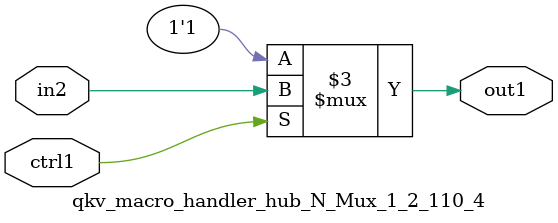
<source format=v>

`timescale 1ps / 1ps


module qkv_macro_handler_hub_N_Mux_1_2_110_4( in2, ctrl1, out1 );

    input in2;
    input ctrl1;
    output out1;
    reg out1;

    
    // rtl_process:qkv_macro_handler_hub_N_Mux_1_2_110_4/qkv_macro_handler_hub_N_Mux_1_2_110_4_thread_1
    always @*
      begin : qkv_macro_handler_hub_N_Mux_1_2_110_4_thread_1
        case (ctrl1) 
          1'b1: 
            begin
              out1 = in2;
            end
          default: 
            begin
              out1 = 1'b1;
            end
        endcase
      end

endmodule





</source>
